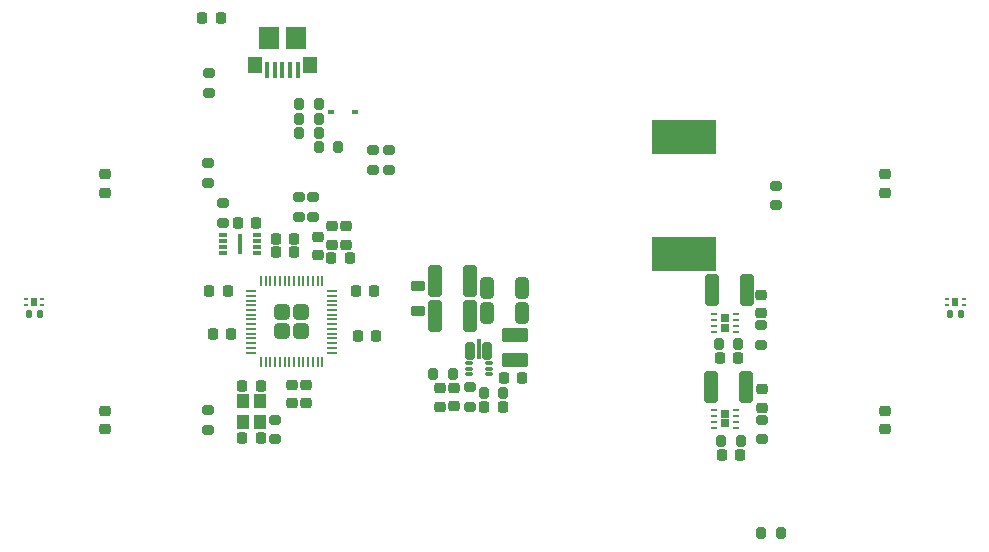
<source format=gtp>
G04 #@! TF.GenerationSoftware,KiCad,Pcbnew,(6.0.7)*
G04 #@! TF.CreationDate,2022-10-27T11:37:51+02:00*
G04 #@! TF.ProjectId,DualValveCon,4475616c-5661-46c7-9665-436f6e2e6b69,rev?*
G04 #@! TF.SameCoordinates,Original*
G04 #@! TF.FileFunction,Paste,Top*
G04 #@! TF.FilePolarity,Positive*
%FSLAX46Y46*%
G04 Gerber Fmt 4.6, Leading zero omitted, Abs format (unit mm)*
G04 Created by KiCad (PCBNEW (6.0.7)) date 2022-10-27 11:37:51*
%MOMM*%
%LPD*%
G01*
G04 APERTURE LIST*
G04 Aperture macros list*
%AMRoundRect*
0 Rectangle with rounded corners*
0 $1 Rounding radius*
0 $2 $3 $4 $5 $6 $7 $8 $9 X,Y pos of 4 corners*
0 Add a 4 corners polygon primitive as box body*
4,1,4,$2,$3,$4,$5,$6,$7,$8,$9,$2,$3,0*
0 Add four circle primitives for the rounded corners*
1,1,$1+$1,$2,$3*
1,1,$1+$1,$4,$5*
1,1,$1+$1,$6,$7*
1,1,$1+$1,$8,$9*
0 Add four rect primitives between the rounded corners*
20,1,$1+$1,$2,$3,$4,$5,0*
20,1,$1+$1,$4,$5,$6,$7,0*
20,1,$1+$1,$6,$7,$8,$9,0*
20,1,$1+$1,$8,$9,$2,$3,0*%
G04 Aperture macros list end*
%ADD10RoundRect,0.250000X0.325000X1.100000X-0.325000X1.100000X-0.325000X-1.100000X0.325000X-1.100000X0*%
%ADD11RoundRect,0.249999X-0.395001X-0.395001X0.395001X-0.395001X0.395001X0.395001X-0.395001X0.395001X0*%
%ADD12RoundRect,0.050000X-0.387500X-0.050000X0.387500X-0.050000X0.387500X0.050000X-0.387500X0.050000X0*%
%ADD13RoundRect,0.050000X-0.050000X-0.387500X0.050000X-0.387500X0.050000X0.387500X-0.050000X0.387500X0*%
%ADD14RoundRect,0.200000X-0.275000X0.200000X-0.275000X-0.200000X0.275000X-0.200000X0.275000X0.200000X0*%
%ADD15RoundRect,0.250000X-0.325000X-0.650000X0.325000X-0.650000X0.325000X0.650000X-0.325000X0.650000X0*%
%ADD16RoundRect,0.225000X0.225000X0.250000X-0.225000X0.250000X-0.225000X-0.250000X0.225000X-0.250000X0*%
%ADD17RoundRect,0.218750X0.218750X0.256250X-0.218750X0.256250X-0.218750X-0.256250X0.218750X-0.256250X0*%
%ADD18RoundRect,0.225000X-0.225000X-0.250000X0.225000X-0.250000X0.225000X0.250000X-0.225000X0.250000X0*%
%ADD19R,0.750000X0.300000*%
%ADD20R,0.300000X1.700000*%
%ADD21R,1.000000X1.150000*%
%ADD22R,0.400000X1.400000*%
%ADD23R,1.150000X1.450000*%
%ADD24R,1.750000X1.900000*%
%ADD25RoundRect,0.218750X0.256250X-0.218750X0.256250X0.218750X-0.256250X0.218750X-0.256250X-0.218750X0*%
%ADD26RoundRect,0.200000X0.275000X-0.200000X0.275000X0.200000X-0.275000X0.200000X-0.275000X-0.200000X0*%
%ADD27RoundRect,0.218750X-0.256250X0.218750X-0.256250X-0.218750X0.256250X-0.218750X0.256250X0.218750X0*%
%ADD28RoundRect,0.055000X-0.145000X-0.055000X0.145000X-0.055000X0.145000X0.055000X-0.145000X0.055000X0*%
%ADD29RoundRect,0.137500X-0.137500X-0.237500X0.137500X-0.237500X0.137500X0.237500X-0.137500X0.237500X0*%
%ADD30RoundRect,0.140000X-0.140000X-0.170000X0.140000X-0.170000X0.140000X0.170000X-0.140000X0.170000X0*%
%ADD31R,0.600000X0.450000*%
%ADD32RoundRect,0.200000X0.200000X0.275000X-0.200000X0.275000X-0.200000X-0.275000X0.200000X-0.275000X0*%
%ADD33RoundRect,0.250000X0.850000X-0.375000X0.850000X0.375000X-0.850000X0.375000X-0.850000X-0.375000X0*%
%ADD34RoundRect,0.225000X-0.250000X0.225000X-0.250000X-0.225000X0.250000X-0.225000X0.250000X0.225000X0*%
%ADD35R,0.750000X0.650000*%
%ADD36R,0.500000X0.250000*%
%ADD37RoundRect,0.225000X0.250000X-0.225000X0.250000X0.225000X-0.250000X0.225000X-0.250000X-0.225000X0*%
%ADD38RoundRect,0.200000X-0.200000X-0.275000X0.200000X-0.275000X0.200000X0.275000X-0.200000X0.275000X0*%
%ADD39R,5.400000X2.900000*%
%ADD40RoundRect,0.200000X-0.200000X-0.525000X0.200000X-0.525000X0.200000X0.525000X-0.200000X0.525000X0*%
%ADD41RoundRect,0.075000X-0.225000X-0.075000X0.225000X-0.075000X0.225000X0.075000X-0.225000X0.075000X0*%
%ADD42RoundRect,0.075000X-0.075000X-0.787500X0.075000X-0.787500X0.075000X0.787500X-0.075000X0.787500X0*%
%ADD43RoundRect,0.218750X0.381250X-0.218750X0.381250X0.218750X-0.381250X0.218750X-0.381250X-0.218750X0*%
G04 APERTURE END LIST*
D10*
X157900000Y-88250000D03*
X154950000Y-88250000D03*
D11*
X143600000Y-89500000D03*
X142000000Y-87900000D03*
X142000000Y-89500000D03*
X143600000Y-87900000D03*
D12*
X139362500Y-86100000D03*
X139362500Y-86500000D03*
X139362500Y-86900000D03*
X139362500Y-87300000D03*
X139362500Y-87700000D03*
X139362500Y-88100000D03*
X139362500Y-88500000D03*
X139362500Y-88900000D03*
X139362500Y-89300000D03*
X139362500Y-89700000D03*
X139362500Y-90100000D03*
X139362500Y-90500000D03*
X139362500Y-90900000D03*
X139362500Y-91300000D03*
D13*
X140200000Y-92137500D03*
X140600000Y-92137500D03*
X141000000Y-92137500D03*
X141400000Y-92137500D03*
X141800000Y-92137500D03*
X142200000Y-92137500D03*
X142600000Y-92137500D03*
X143000000Y-92137500D03*
X143400000Y-92137500D03*
X143800000Y-92137500D03*
X144200000Y-92137500D03*
X144600000Y-92137500D03*
X145000000Y-92137500D03*
X145400000Y-92137500D03*
D12*
X146237500Y-91300000D03*
X146237500Y-90900000D03*
X146237500Y-90500000D03*
X146237500Y-90100000D03*
X146237500Y-89700000D03*
X146237500Y-89300000D03*
X146237500Y-88900000D03*
X146237500Y-88500000D03*
X146237500Y-88100000D03*
X146237500Y-87700000D03*
X146237500Y-87300000D03*
X146237500Y-86900000D03*
X146237500Y-86500000D03*
X146237500Y-86100000D03*
D13*
X145400000Y-85262500D03*
X145000000Y-85262500D03*
X144600000Y-85262500D03*
X144200000Y-85262500D03*
X143800000Y-85262500D03*
X143400000Y-85262500D03*
X143000000Y-85262500D03*
X142600000Y-85262500D03*
X142200000Y-85262500D03*
X141800000Y-85262500D03*
X141400000Y-85262500D03*
X141000000Y-85262500D03*
X140600000Y-85262500D03*
X140200000Y-85262500D03*
D14*
X143400000Y-78175000D03*
X143400000Y-79825000D03*
D15*
X159350000Y-87950000D03*
X162300000Y-87950000D03*
D10*
X181242500Y-94200000D03*
X178292500Y-94200000D03*
D16*
X139775000Y-80300000D03*
X138225000Y-80300000D03*
D17*
X147700000Y-83300000D03*
X146125000Y-83300000D03*
D18*
X141475000Y-82800000D03*
X143025000Y-82800000D03*
D19*
X136950000Y-81350000D03*
X136950000Y-81850000D03*
X136950000Y-82350000D03*
X136950000Y-82850000D03*
X139850000Y-82850000D03*
X139850000Y-82350000D03*
X139850000Y-81850000D03*
X139850000Y-81350000D03*
D20*
X138400000Y-82100000D03*
D14*
X149700000Y-74175000D03*
X149700000Y-75825000D03*
D21*
X138700000Y-95425000D03*
X138700000Y-97175000D03*
X140100000Y-97175000D03*
X140100000Y-95425000D03*
D22*
X143300000Y-67350000D03*
X142650000Y-67350000D03*
X142000000Y-67350000D03*
X141350000Y-67350000D03*
X140700000Y-67350000D03*
D23*
X144320000Y-66930000D03*
D24*
X140875000Y-64700000D03*
X143125000Y-64700000D03*
D23*
X139680000Y-66930000D03*
D25*
X127000000Y-97787500D03*
X127000000Y-96212500D03*
D16*
X180575000Y-91800000D03*
X179025000Y-91800000D03*
D18*
X138625000Y-94100000D03*
X140175000Y-94100000D03*
D26*
X135700000Y-97825000D03*
X135700000Y-96175000D03*
D27*
X127000000Y-76212500D03*
X127000000Y-77787500D03*
D28*
X198300000Y-87250000D03*
X199700000Y-87250000D03*
X199700000Y-86750000D03*
X198300000Y-86750000D03*
D29*
X199000000Y-87000000D03*
D30*
X120520000Y-88000000D03*
X121480000Y-88000000D03*
D14*
X182600000Y-96975000D03*
X182600000Y-98625000D03*
D16*
X180775000Y-100000000D03*
X179225000Y-100000000D03*
D31*
X148200000Y-70900000D03*
X146100000Y-70900000D03*
D14*
X144600000Y-78175000D03*
X144600000Y-79825000D03*
D25*
X193000000Y-97787500D03*
X193000000Y-96212500D03*
D32*
X180825000Y-98800000D03*
X179175000Y-98800000D03*
D27*
X193000000Y-76212500D03*
X193000000Y-77787500D03*
D33*
X161725000Y-91925000D03*
X161725000Y-89775000D03*
D30*
X198520000Y-88000000D03*
X199480000Y-88000000D03*
D18*
X148225000Y-86100000D03*
X149775000Y-86100000D03*
D34*
X144000000Y-94025000D03*
X144000000Y-95575000D03*
D32*
X184225000Y-106600000D03*
X182575000Y-106600000D03*
D14*
X157925000Y-94225000D03*
X157925000Y-95875000D03*
D18*
X141475000Y-81650000D03*
X143025000Y-81650000D03*
D35*
X179467500Y-88400000D03*
X179467500Y-89200000D03*
D36*
X180417500Y-89550000D03*
X180417500Y-89050000D03*
X180417500Y-88550000D03*
X180417500Y-88050000D03*
X178517500Y-88050000D03*
X178517500Y-88550000D03*
X178517500Y-89050000D03*
X178517500Y-89550000D03*
D32*
X145075000Y-71500000D03*
X143425000Y-71500000D03*
D17*
X136787500Y-63000000D03*
X135212500Y-63000000D03*
D26*
X137000000Y-80325000D03*
X137000000Y-78675000D03*
D16*
X162300000Y-93450000D03*
X160750000Y-93450000D03*
X137375000Y-86100000D03*
X135825000Y-86100000D03*
D34*
X142800000Y-94025000D03*
X142800000Y-95575000D03*
D37*
X147412500Y-82175000D03*
X147412500Y-80625000D03*
D10*
X157900000Y-85250000D03*
X154950000Y-85250000D03*
D14*
X151000000Y-74175000D03*
X151000000Y-75825000D03*
D32*
X145075000Y-70300000D03*
X143425000Y-70300000D03*
D28*
X120300000Y-87250000D03*
X121700000Y-87250000D03*
X121700000Y-86750000D03*
X120300000Y-86750000D03*
D29*
X121000000Y-87000000D03*
D38*
X145075000Y-73900000D03*
X146725000Y-73900000D03*
D26*
X135800000Y-69325000D03*
X135800000Y-67675000D03*
D14*
X183800000Y-77175000D03*
X183800000Y-78825000D03*
D18*
X148425000Y-89900000D03*
X149975000Y-89900000D03*
D35*
X179467500Y-97300000D03*
X179467500Y-96500000D03*
D36*
X180417500Y-97650000D03*
X180417500Y-97150000D03*
X180417500Y-96650000D03*
X180417500Y-96150000D03*
X178517500Y-96150000D03*
X178517500Y-96650000D03*
X178517500Y-97150000D03*
X178517500Y-97650000D03*
D16*
X137675000Y-89700000D03*
X136125000Y-89700000D03*
D37*
X156525000Y-95850000D03*
X156525000Y-94300000D03*
X145000000Y-83075000D03*
X145000000Y-81525000D03*
D39*
X176000000Y-82950000D03*
X176000000Y-73050000D03*
D18*
X159125000Y-95950000D03*
X160675000Y-95950000D03*
D14*
X141400000Y-96975000D03*
X141400000Y-98625000D03*
D16*
X140175000Y-98500000D03*
X138625000Y-98500000D03*
D40*
X157875000Y-91162500D03*
D41*
X157775000Y-92212500D03*
X157775000Y-92662500D03*
X157775000Y-93112500D03*
X159475000Y-93112500D03*
X159475000Y-92662500D03*
X159475000Y-92212500D03*
D40*
X159375000Y-91162500D03*
D42*
X158625000Y-91025000D03*
D38*
X143425000Y-72700000D03*
X145075000Y-72700000D03*
D10*
X181342500Y-86000000D03*
X178392500Y-86000000D03*
D32*
X156450000Y-93100000D03*
X154800000Y-93100000D03*
X180625000Y-90600000D03*
X178975000Y-90600000D03*
D43*
X153525000Y-87812500D03*
X153525000Y-85687500D03*
D32*
X160700000Y-94750000D03*
X159050000Y-94750000D03*
D37*
X182567500Y-87975000D03*
X182567500Y-86425000D03*
X182600000Y-95975000D03*
X182600000Y-94425000D03*
X155325000Y-95875000D03*
X155325000Y-94325000D03*
X146212500Y-82175000D03*
X146212500Y-80625000D03*
D14*
X182500000Y-88975000D03*
X182500000Y-90625000D03*
D15*
X159350000Y-85850000D03*
X162300000Y-85850000D03*
D26*
X135700000Y-76925000D03*
X135700000Y-75275000D03*
M02*

</source>
